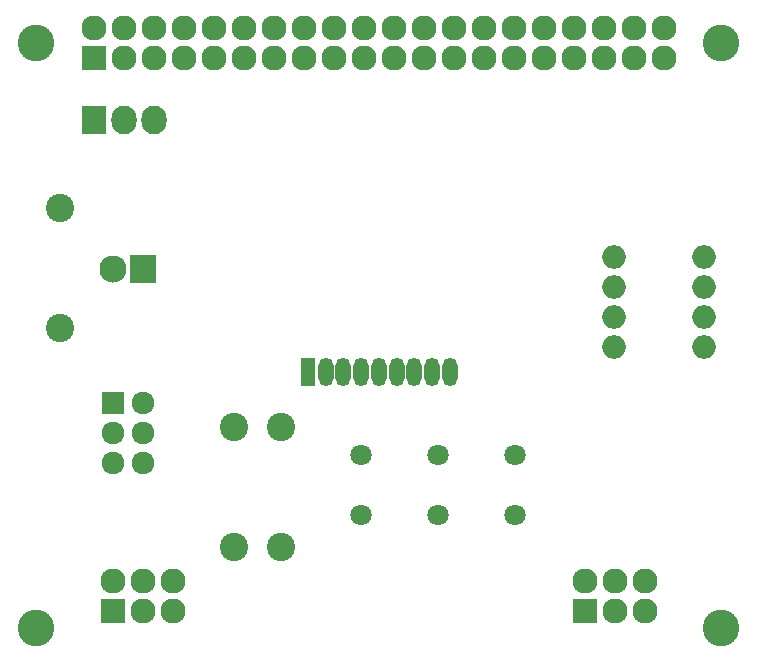
<source format=gbs>
G04 #@! TF.FileFunction,Soldermask,Bot*
%FSLAX46Y46*%
G04 Gerber Fmt 4.6, Leading zero omitted, Abs format (unit mm)*
G04 Created by KiCad (PCBNEW 4.0.5) date *
%MOMM*%
%LPD*%
G01*
G04 APERTURE LIST*
%ADD10C,0.150000*%
%ADD11C,3.100000*%
%ADD12R,2.127200X2.127200*%
%ADD13O,2.127200X2.127200*%
%ADD14R,2.127200X2.432000*%
%ADD15O,2.127200X2.432000*%
%ADD16O,2.000000X2.000000*%
%ADD17R,2.300000X2.400000*%
%ADD18C,2.300000*%
%ADD19C,1.800000*%
%ADD20C,2.398980*%
%ADD21R,1.924000X1.924000*%
%ADD22C,1.924000*%
%ADD23R,1.300000X2.400000*%
%ADD24O,1.300000X2.400000*%
G04 APERTURE END LIST*
D10*
D11*
X136500000Y-116500000D03*
X136500000Y-67000000D03*
X78500000Y-116500000D03*
D12*
X83370000Y-68270000D03*
D13*
X83370000Y-65730000D03*
X85910000Y-68270000D03*
X85910000Y-65730000D03*
X88450000Y-68270000D03*
X88450000Y-65730000D03*
X90990000Y-68270000D03*
X90990000Y-65730000D03*
X93530000Y-68270000D03*
X93530000Y-65730000D03*
X96070000Y-68270000D03*
X96070000Y-65730000D03*
X98610000Y-68270000D03*
X98610000Y-65730000D03*
X101150000Y-68270000D03*
X101150000Y-65730000D03*
X103690000Y-68270000D03*
X103690000Y-65730000D03*
X106230000Y-68270000D03*
X106230000Y-65730000D03*
X108770000Y-68270000D03*
X108770000Y-65730000D03*
X111310000Y-68270000D03*
X111310000Y-65730000D03*
X113850000Y-68270000D03*
X113850000Y-65730000D03*
X116390000Y-68270000D03*
X116390000Y-65730000D03*
X118930000Y-68270000D03*
X118930000Y-65730000D03*
X121470000Y-68270000D03*
X121470000Y-65730000D03*
X124010000Y-68270000D03*
X124010000Y-65730000D03*
X126550000Y-68270000D03*
X126550000Y-65730000D03*
X129090000Y-68270000D03*
X129090000Y-65730000D03*
X131630000Y-68270000D03*
X131630000Y-65730000D03*
D11*
X78500000Y-67000000D03*
D14*
X83420000Y-73500000D03*
D15*
X85960000Y-73500000D03*
X88500000Y-73500000D03*
D16*
X127380000Y-85130000D03*
X127380000Y-87670000D03*
X127380000Y-90210000D03*
X127380000Y-92750000D03*
X135000000Y-92750000D03*
X135000000Y-90210000D03*
X135000000Y-87670000D03*
X135000000Y-85130000D03*
D17*
X87547600Y-86129100D03*
D18*
X85007600Y-86129100D03*
D19*
X105950000Y-106900000D03*
X105950000Y-101900000D03*
X112500000Y-106900000D03*
X112500000Y-101900000D03*
X119000000Y-106900000D03*
X119000000Y-101900000D03*
D20*
X95250000Y-109660000D03*
X95250000Y-99500000D03*
X99250000Y-109660000D03*
X99250000Y-99500000D03*
X80461000Y-80960200D03*
X80461000Y-91120200D03*
D12*
X84960000Y-115040000D03*
D13*
X84960000Y-112500000D03*
X87500000Y-115040000D03*
X87500000Y-112500000D03*
X90040000Y-115040000D03*
X90040000Y-112500000D03*
D12*
X124920000Y-115040000D03*
D13*
X124920000Y-112500000D03*
X127460000Y-115040000D03*
X127460000Y-112500000D03*
X130000000Y-115040000D03*
X130000000Y-112500000D03*
D21*
X84960000Y-97420000D03*
D22*
X84960000Y-99960000D03*
X84960000Y-102500000D03*
X87500000Y-102500000D03*
X87500000Y-99960000D03*
X87500000Y-97420000D03*
D23*
X101500000Y-94800000D03*
D24*
X103000000Y-94800000D03*
X104500000Y-94800000D03*
X106000000Y-94800000D03*
X109000000Y-94800000D03*
X110500000Y-94800000D03*
X107500000Y-94800000D03*
X112000000Y-94800000D03*
X113500000Y-94800000D03*
M02*

</source>
